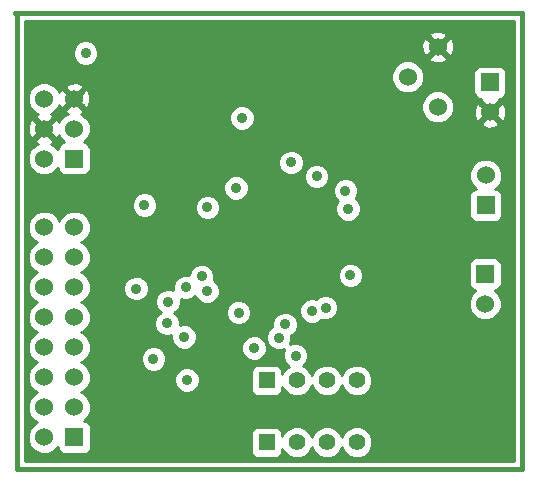
<source format=gbr>
G04 (created by PCBNEW-RS274X (2010-05-05 BZR 2356)-stable) date 29/03/2011 14:52:02*
G01*
G70*
G90*
%MOIN*%
G04 Gerber Fmt 3.4, Leading zero omitted, Abs format*
%FSLAX34Y34*%
G04 APERTURE LIST*
%ADD10C,0.006000*%
%ADD11C,0.015000*%
%ADD12R,0.060000X0.060000*%
%ADD13C,0.060000*%
%ADD14R,0.055000X0.055000*%
%ADD15C,0.055000*%
%ADD16C,0.035000*%
%ADD17C,0.010000*%
G04 APERTURE END LIST*
G54D10*
G54D11*
X25550Y-22360D02*
X25600Y-22360D01*
X25550Y-37560D02*
X25550Y-22360D01*
X42400Y-37560D02*
X25550Y-37560D01*
X42400Y-22360D02*
X42400Y-37560D01*
X25500Y-22360D02*
X42400Y-22360D01*
G54D12*
X41170Y-31050D03*
G54D13*
X41170Y-32050D03*
G54D12*
X41190Y-28760D03*
G54D13*
X41190Y-27760D03*
X39590Y-25480D03*
X38590Y-24480D03*
X39590Y-23480D03*
G54D12*
X27470Y-27210D03*
G54D13*
X26470Y-27210D03*
X27470Y-26210D03*
X26470Y-26210D03*
X27470Y-25210D03*
X26470Y-25210D03*
G54D12*
X27475Y-36500D03*
G54D13*
X26475Y-36500D03*
X27475Y-35500D03*
X26475Y-35500D03*
X27475Y-34500D03*
X26475Y-34500D03*
X27475Y-33500D03*
X26475Y-33500D03*
X27475Y-32500D03*
X26475Y-32500D03*
X27475Y-31500D03*
X26475Y-31500D03*
X27475Y-30500D03*
X26475Y-30500D03*
X27475Y-29500D03*
X26475Y-29500D03*
G54D12*
X41330Y-24660D03*
G54D13*
X41330Y-25660D03*
G54D14*
X33890Y-34600D03*
G54D15*
X34890Y-34600D03*
X35890Y-34600D03*
X36890Y-34600D03*
G54D14*
X33890Y-36660D03*
G54D15*
X34890Y-36660D03*
X35890Y-36660D03*
X36890Y-36660D03*
G54D16*
X31720Y-31130D03*
X33060Y-25850D03*
X36600Y-28880D03*
X31910Y-28830D03*
X29535Y-31540D03*
X34290Y-33170D03*
X31190Y-31500D03*
X31140Y-33150D03*
X36680Y-31100D03*
X30600Y-31970D03*
X30570Y-32700D03*
X34500Y-32730D03*
X30110Y-33880D03*
X34850Y-33770D03*
X33470Y-33520D03*
X32950Y-32340D03*
X35400Y-32280D03*
X35550Y-27800D03*
X40130Y-34530D03*
X32270Y-28130D03*
X32330Y-24050D03*
X35900Y-26720D03*
X33430Y-26880D03*
X34000Y-30000D03*
X34700Y-27330D03*
X27850Y-23690D03*
X31230Y-34580D03*
X31900Y-31620D03*
X36510Y-28280D03*
X35850Y-32170D03*
X29810Y-28760D03*
X32860Y-28180D03*
G54D10*
G36*
X42125Y-37285D02*
X42125Y-22635D01*
X25825Y-22635D01*
X25825Y-37285D01*
X27125Y-37285D01*
X27125Y-37049D01*
X27034Y-37011D01*
X26964Y-36941D01*
X26926Y-36849D01*
X26926Y-36825D01*
X26786Y-36965D01*
X26584Y-37049D01*
X26366Y-37049D01*
X26164Y-36965D01*
X26010Y-36811D01*
X25926Y-36609D01*
X25926Y-36391D01*
X26010Y-36189D01*
X26164Y-36035D01*
X26248Y-36000D01*
X26164Y-35965D01*
X26010Y-35811D01*
X25926Y-35609D01*
X25926Y-35391D01*
X26010Y-35189D01*
X26164Y-35035D01*
X26248Y-35000D01*
X26164Y-34965D01*
X26010Y-34811D01*
X25926Y-34609D01*
X25926Y-34391D01*
X26010Y-34189D01*
X26164Y-34035D01*
X26248Y-34000D01*
X26164Y-33965D01*
X26010Y-33811D01*
X25926Y-33609D01*
X25926Y-33391D01*
X26010Y-33189D01*
X26164Y-33035D01*
X26248Y-33000D01*
X26164Y-32965D01*
X26010Y-32811D01*
X25926Y-32609D01*
X25926Y-32391D01*
X26010Y-32189D01*
X26164Y-32035D01*
X26248Y-32000D01*
X26164Y-31965D01*
X26010Y-31811D01*
X25926Y-31609D01*
X25926Y-31391D01*
X26010Y-31189D01*
X26164Y-31035D01*
X26248Y-31000D01*
X26164Y-30965D01*
X26010Y-30811D01*
X25926Y-30609D01*
X25926Y-30391D01*
X26010Y-30189D01*
X26164Y-30035D01*
X26248Y-30000D01*
X26164Y-29965D01*
X26010Y-29811D01*
X25926Y-29609D01*
X25926Y-29391D01*
X26010Y-29189D01*
X26164Y-29035D01*
X26366Y-28951D01*
X26584Y-28951D01*
X26786Y-29035D01*
X26940Y-29189D01*
X26975Y-29273D01*
X27010Y-29189D01*
X27120Y-29079D01*
X27120Y-27759D01*
X27029Y-27721D01*
X26959Y-27651D01*
X26921Y-27559D01*
X26921Y-27535D01*
X26781Y-27675D01*
X26579Y-27759D01*
X26361Y-27759D01*
X26159Y-27675D01*
X26005Y-27521D01*
X25921Y-27319D01*
X25921Y-27101D01*
X26005Y-26899D01*
X26092Y-26812D01*
X26092Y-26518D01*
X25998Y-26491D01*
X25938Y-26344D01*
X25927Y-26131D01*
X25998Y-25929D01*
X26092Y-25902D01*
X26361Y-26171D01*
X26399Y-26210D01*
X26361Y-26248D01*
X26092Y-26518D01*
X26092Y-26812D01*
X26159Y-26745D01*
X26254Y-26705D01*
X26189Y-26682D01*
X26162Y-26588D01*
X26361Y-26389D01*
X26470Y-26281D01*
X26470Y-26139D01*
X26361Y-26030D01*
X26162Y-25832D01*
X26189Y-25738D01*
X26250Y-25712D01*
X26159Y-25675D01*
X26005Y-25521D01*
X25921Y-25319D01*
X25921Y-25101D01*
X26005Y-24899D01*
X26159Y-24745D01*
X26361Y-24661D01*
X26579Y-24661D01*
X26781Y-24745D01*
X26935Y-24899D01*
X26974Y-24994D01*
X26998Y-24929D01*
X27092Y-24902D01*
X27399Y-25210D01*
X27092Y-25518D01*
X26998Y-25491D01*
X26972Y-25429D01*
X26935Y-25521D01*
X26781Y-25675D01*
X26685Y-25714D01*
X26751Y-25738D01*
X26778Y-25832D01*
X26470Y-26139D01*
X26470Y-26281D01*
X26778Y-26588D01*
X26751Y-26682D01*
X26689Y-26707D01*
X26781Y-26745D01*
X26921Y-26885D01*
X26921Y-26860D01*
X26959Y-26769D01*
X27029Y-26699D01*
X27121Y-26661D01*
X27145Y-26661D01*
X27005Y-26521D01*
X26965Y-26425D01*
X26942Y-26491D01*
X26848Y-26518D01*
X26541Y-26210D01*
X26848Y-25902D01*
X26942Y-25929D01*
X26967Y-25990D01*
X27005Y-25899D01*
X27159Y-25745D01*
X27254Y-25705D01*
X27189Y-25682D01*
X27162Y-25588D01*
X27470Y-25281D01*
X27470Y-25139D01*
X27162Y-24832D01*
X27189Y-24738D01*
X27336Y-24678D01*
X27549Y-24667D01*
X27751Y-24738D01*
X27765Y-24786D01*
X27765Y-24115D01*
X27609Y-24050D01*
X27489Y-23930D01*
X27425Y-23774D01*
X27425Y-23605D01*
X27490Y-23449D01*
X27610Y-23329D01*
X27766Y-23265D01*
X27935Y-23265D01*
X28091Y-23330D01*
X28211Y-23450D01*
X28275Y-23606D01*
X28275Y-23775D01*
X28210Y-23931D01*
X28090Y-24051D01*
X27934Y-24115D01*
X27765Y-24115D01*
X27765Y-24786D01*
X27778Y-24832D01*
X27765Y-24844D01*
X27470Y-25139D01*
X27470Y-25281D01*
X27765Y-25575D01*
X27778Y-25588D01*
X27765Y-25633D01*
X27751Y-25682D01*
X27689Y-25706D01*
X27765Y-25738D01*
X27781Y-25745D01*
X27848Y-25812D01*
X27848Y-25518D01*
X27765Y-25434D01*
X27541Y-25210D01*
X27765Y-24985D01*
X27848Y-24902D01*
X27942Y-24929D01*
X28002Y-25076D01*
X28013Y-25289D01*
X27942Y-25491D01*
X27848Y-25518D01*
X27848Y-25812D01*
X27935Y-25899D01*
X28019Y-26101D01*
X28019Y-26319D01*
X27935Y-26521D01*
X27794Y-26661D01*
X27820Y-26661D01*
X27911Y-26699D01*
X27981Y-26769D01*
X28019Y-26861D01*
X28019Y-27560D01*
X27981Y-27651D01*
X27911Y-27721D01*
X27819Y-27759D01*
X27120Y-27759D01*
X27120Y-29079D01*
X27164Y-29035D01*
X27366Y-28951D01*
X27584Y-28951D01*
X27786Y-29035D01*
X27940Y-29189D01*
X28024Y-29391D01*
X28024Y-29609D01*
X27940Y-29811D01*
X27786Y-29965D01*
X27701Y-30000D01*
X27786Y-30035D01*
X27940Y-30189D01*
X28024Y-30391D01*
X28024Y-30609D01*
X27940Y-30811D01*
X27786Y-30965D01*
X27701Y-31000D01*
X27786Y-31035D01*
X27940Y-31189D01*
X28024Y-31391D01*
X28024Y-31609D01*
X27940Y-31811D01*
X27786Y-31965D01*
X27701Y-32000D01*
X27786Y-32035D01*
X27940Y-32189D01*
X28024Y-32391D01*
X28024Y-32609D01*
X27940Y-32811D01*
X27786Y-32965D01*
X27701Y-33000D01*
X27786Y-33035D01*
X27940Y-33189D01*
X28024Y-33391D01*
X28024Y-33609D01*
X27940Y-33811D01*
X27786Y-33965D01*
X27701Y-34000D01*
X27786Y-34035D01*
X27940Y-34189D01*
X28024Y-34391D01*
X28024Y-34609D01*
X27940Y-34811D01*
X27786Y-34965D01*
X27701Y-35000D01*
X27786Y-35035D01*
X27940Y-35189D01*
X28024Y-35391D01*
X28024Y-35609D01*
X27940Y-35811D01*
X27800Y-35951D01*
X27825Y-35951D01*
X27916Y-35989D01*
X27986Y-36059D01*
X28024Y-36151D01*
X28024Y-36850D01*
X27986Y-36941D01*
X27916Y-37011D01*
X27824Y-37049D01*
X27125Y-37049D01*
X27125Y-37285D01*
X29450Y-37285D01*
X29450Y-31965D01*
X29294Y-31900D01*
X29174Y-31780D01*
X29110Y-31624D01*
X29110Y-31455D01*
X29175Y-31299D01*
X29295Y-31179D01*
X29451Y-31115D01*
X29620Y-31115D01*
X29725Y-31158D01*
X29725Y-29185D01*
X29569Y-29120D01*
X29449Y-29000D01*
X29385Y-28844D01*
X29385Y-28675D01*
X29450Y-28519D01*
X29570Y-28399D01*
X29726Y-28335D01*
X29895Y-28335D01*
X30051Y-28400D01*
X30171Y-28520D01*
X30235Y-28676D01*
X30235Y-28845D01*
X30170Y-29001D01*
X30050Y-29121D01*
X29894Y-29185D01*
X29725Y-29185D01*
X29725Y-31158D01*
X29776Y-31180D01*
X29896Y-31300D01*
X29960Y-31456D01*
X29960Y-31625D01*
X29895Y-31781D01*
X29775Y-31901D01*
X29619Y-31965D01*
X29450Y-31965D01*
X29450Y-37285D01*
X30025Y-37285D01*
X30025Y-34305D01*
X29869Y-34240D01*
X29749Y-34120D01*
X29685Y-33964D01*
X29685Y-33795D01*
X29750Y-33639D01*
X29870Y-33519D01*
X30026Y-33455D01*
X30195Y-33455D01*
X30351Y-33520D01*
X30471Y-33640D01*
X30535Y-33796D01*
X30535Y-33965D01*
X30470Y-34121D01*
X30350Y-34241D01*
X30194Y-34305D01*
X30025Y-34305D01*
X30025Y-37285D01*
X31145Y-37285D01*
X31145Y-35005D01*
X30989Y-34940D01*
X30869Y-34820D01*
X30805Y-34664D01*
X30805Y-34495D01*
X30870Y-34339D01*
X30990Y-34219D01*
X31055Y-34192D01*
X31055Y-33575D01*
X30899Y-33510D01*
X30779Y-33390D01*
X30715Y-33234D01*
X30715Y-33099D01*
X30654Y-33125D01*
X30485Y-33125D01*
X30329Y-33060D01*
X30209Y-32940D01*
X30145Y-32784D01*
X30145Y-32615D01*
X30210Y-32459D01*
X30330Y-32339D01*
X30356Y-32327D01*
X30239Y-32210D01*
X30175Y-32054D01*
X30175Y-31885D01*
X30240Y-31729D01*
X30360Y-31609D01*
X30516Y-31545D01*
X30685Y-31545D01*
X30765Y-31578D01*
X30765Y-31415D01*
X30830Y-31259D01*
X30950Y-31139D01*
X31106Y-31075D01*
X31275Y-31075D01*
X31295Y-31083D01*
X31295Y-31045D01*
X31360Y-30889D01*
X31480Y-30769D01*
X31636Y-30705D01*
X31805Y-30705D01*
X31825Y-30713D01*
X31825Y-29255D01*
X31669Y-29190D01*
X31549Y-29070D01*
X31485Y-28914D01*
X31485Y-28745D01*
X31550Y-28589D01*
X31670Y-28469D01*
X31826Y-28405D01*
X31995Y-28405D01*
X32151Y-28470D01*
X32271Y-28590D01*
X32335Y-28746D01*
X32335Y-28915D01*
X32270Y-29071D01*
X32150Y-29191D01*
X31994Y-29255D01*
X31825Y-29255D01*
X31825Y-30713D01*
X31961Y-30770D01*
X32081Y-30890D01*
X32145Y-31046D01*
X32145Y-31215D01*
X32128Y-31254D01*
X32141Y-31260D01*
X32261Y-31380D01*
X32325Y-31536D01*
X32325Y-31705D01*
X32260Y-31861D01*
X32140Y-31981D01*
X31984Y-32045D01*
X31815Y-32045D01*
X31659Y-31980D01*
X31539Y-31860D01*
X31507Y-31783D01*
X31430Y-31861D01*
X31274Y-31925D01*
X31105Y-31925D01*
X31025Y-31891D01*
X31025Y-32055D01*
X30960Y-32211D01*
X30840Y-32331D01*
X30813Y-32342D01*
X30931Y-32460D01*
X30995Y-32616D01*
X30995Y-32750D01*
X31056Y-32725D01*
X31225Y-32725D01*
X31381Y-32790D01*
X31501Y-32910D01*
X31565Y-33066D01*
X31565Y-33235D01*
X31500Y-33391D01*
X31380Y-33511D01*
X31224Y-33575D01*
X31055Y-33575D01*
X31055Y-34192D01*
X31146Y-34155D01*
X31315Y-34155D01*
X31471Y-34220D01*
X31591Y-34340D01*
X31655Y-34496D01*
X31655Y-34665D01*
X31590Y-34821D01*
X31470Y-34941D01*
X31314Y-35005D01*
X31145Y-35005D01*
X31145Y-37285D01*
X32865Y-37285D01*
X32865Y-32765D01*
X32709Y-32700D01*
X32589Y-32580D01*
X32525Y-32424D01*
X32525Y-32255D01*
X32590Y-32099D01*
X32710Y-31979D01*
X32775Y-31952D01*
X32775Y-28605D01*
X32619Y-28540D01*
X32499Y-28420D01*
X32435Y-28264D01*
X32435Y-28095D01*
X32500Y-27939D01*
X32620Y-27819D01*
X32776Y-27755D01*
X32945Y-27755D01*
X32975Y-27767D01*
X32975Y-26275D01*
X32819Y-26210D01*
X32699Y-26090D01*
X32635Y-25934D01*
X32635Y-25765D01*
X32700Y-25609D01*
X32820Y-25489D01*
X32976Y-25425D01*
X33145Y-25425D01*
X33301Y-25490D01*
X33421Y-25610D01*
X33485Y-25766D01*
X33485Y-25935D01*
X33420Y-26091D01*
X33300Y-26211D01*
X33144Y-26275D01*
X32975Y-26275D01*
X32975Y-27767D01*
X33101Y-27820D01*
X33221Y-27940D01*
X33285Y-28096D01*
X33285Y-28265D01*
X33220Y-28421D01*
X33100Y-28541D01*
X32944Y-28605D01*
X32775Y-28605D01*
X32775Y-31952D01*
X32866Y-31915D01*
X33035Y-31915D01*
X33191Y-31980D01*
X33311Y-32100D01*
X33375Y-32256D01*
X33375Y-32425D01*
X33310Y-32581D01*
X33190Y-32701D01*
X33034Y-32765D01*
X32865Y-32765D01*
X32865Y-37285D01*
X36785Y-37285D01*
X36785Y-37185D01*
X36592Y-37105D01*
X36445Y-36957D01*
X36390Y-36824D01*
X36335Y-36958D01*
X36187Y-37105D01*
X35994Y-37185D01*
X35785Y-37185D01*
X35592Y-37105D01*
X35445Y-36957D01*
X35390Y-36824D01*
X35335Y-36958D01*
X35187Y-37105D01*
X34994Y-37185D01*
X34785Y-37185D01*
X34592Y-37105D01*
X34445Y-36957D01*
X34414Y-36882D01*
X34414Y-36985D01*
X34376Y-37076D01*
X34306Y-37146D01*
X34214Y-37184D01*
X33565Y-37184D01*
X33474Y-37146D01*
X33404Y-37076D01*
X33366Y-36984D01*
X33366Y-36335D01*
X33404Y-36244D01*
X33474Y-36174D01*
X33566Y-36136D01*
X34215Y-36136D01*
X34306Y-36174D01*
X34376Y-36244D01*
X34414Y-36336D01*
X34414Y-36436D01*
X34445Y-36362D01*
X34593Y-36215D01*
X34786Y-36135D01*
X34995Y-36135D01*
X35188Y-36215D01*
X35335Y-36363D01*
X35389Y-36495D01*
X35445Y-36362D01*
X35593Y-36215D01*
X35786Y-36135D01*
X35995Y-36135D01*
X36188Y-36215D01*
X36335Y-36363D01*
X36389Y-36495D01*
X36445Y-36362D01*
X36593Y-36215D01*
X36785Y-36135D01*
X36785Y-35125D01*
X36592Y-35045D01*
X36445Y-34897D01*
X36390Y-34764D01*
X36335Y-34898D01*
X36187Y-35045D01*
X35994Y-35125D01*
X35785Y-35125D01*
X35592Y-35045D01*
X35445Y-34897D01*
X35390Y-34764D01*
X35335Y-34898D01*
X35187Y-35045D01*
X34994Y-35125D01*
X34785Y-35125D01*
X34592Y-35045D01*
X34445Y-34897D01*
X34414Y-34822D01*
X34414Y-34925D01*
X34376Y-35016D01*
X34306Y-35086D01*
X34214Y-35124D01*
X33565Y-35124D01*
X33474Y-35086D01*
X33404Y-35016D01*
X33366Y-34924D01*
X33366Y-34275D01*
X33385Y-34229D01*
X33385Y-33945D01*
X33229Y-33880D01*
X33109Y-33760D01*
X33045Y-33604D01*
X33045Y-33435D01*
X33110Y-33279D01*
X33230Y-33159D01*
X33386Y-33095D01*
X33555Y-33095D01*
X33711Y-33160D01*
X33831Y-33280D01*
X33895Y-33436D01*
X33895Y-33605D01*
X33830Y-33761D01*
X33710Y-33881D01*
X33554Y-33945D01*
X33385Y-33945D01*
X33385Y-34229D01*
X33404Y-34184D01*
X33474Y-34114D01*
X33566Y-34076D01*
X34215Y-34076D01*
X34306Y-34114D01*
X34376Y-34184D01*
X34414Y-34276D01*
X34414Y-34376D01*
X34445Y-34302D01*
X34593Y-34155D01*
X34631Y-34139D01*
X34609Y-34130D01*
X34489Y-34010D01*
X34425Y-33854D01*
X34425Y-33685D01*
X34480Y-33551D01*
X34374Y-33595D01*
X34205Y-33595D01*
X34049Y-33530D01*
X33929Y-33410D01*
X33865Y-33254D01*
X33865Y-33085D01*
X33930Y-32929D01*
X34050Y-32809D01*
X34075Y-32798D01*
X34075Y-32645D01*
X34140Y-32489D01*
X34260Y-32369D01*
X34416Y-32305D01*
X34585Y-32305D01*
X34615Y-32317D01*
X34615Y-27755D01*
X34459Y-27690D01*
X34339Y-27570D01*
X34275Y-27414D01*
X34275Y-27245D01*
X34340Y-27089D01*
X34460Y-26969D01*
X34616Y-26905D01*
X34785Y-26905D01*
X34941Y-26970D01*
X35061Y-27090D01*
X35125Y-27246D01*
X35125Y-27415D01*
X35060Y-27571D01*
X34940Y-27691D01*
X34784Y-27755D01*
X34615Y-27755D01*
X34615Y-32317D01*
X34741Y-32370D01*
X34861Y-32490D01*
X34925Y-32646D01*
X34925Y-32815D01*
X34860Y-32971D01*
X34740Y-33091D01*
X34715Y-33101D01*
X34715Y-33255D01*
X34659Y-33388D01*
X34766Y-33345D01*
X34935Y-33345D01*
X35091Y-33410D01*
X35211Y-33530D01*
X35275Y-33686D01*
X35275Y-33855D01*
X35210Y-34011D01*
X35101Y-34119D01*
X35188Y-34155D01*
X35315Y-34282D01*
X35315Y-32705D01*
X35159Y-32640D01*
X35039Y-32520D01*
X34975Y-32364D01*
X34975Y-32195D01*
X35040Y-32039D01*
X35160Y-31919D01*
X35316Y-31855D01*
X35465Y-31855D01*
X35465Y-28225D01*
X35309Y-28160D01*
X35189Y-28040D01*
X35125Y-27884D01*
X35125Y-27715D01*
X35190Y-27559D01*
X35310Y-27439D01*
X35466Y-27375D01*
X35635Y-27375D01*
X35791Y-27440D01*
X35911Y-27560D01*
X35975Y-27716D01*
X35975Y-27885D01*
X35910Y-28041D01*
X35790Y-28161D01*
X35634Y-28225D01*
X35465Y-28225D01*
X35465Y-31855D01*
X35485Y-31855D01*
X35540Y-31878D01*
X35610Y-31809D01*
X35766Y-31745D01*
X35935Y-31745D01*
X36091Y-31810D01*
X36211Y-31930D01*
X36275Y-32086D01*
X36275Y-32255D01*
X36210Y-32411D01*
X36090Y-32531D01*
X35934Y-32595D01*
X35765Y-32595D01*
X35709Y-32571D01*
X35640Y-32641D01*
X35484Y-32705D01*
X35315Y-32705D01*
X35315Y-34282D01*
X35335Y-34303D01*
X35389Y-34435D01*
X35445Y-34302D01*
X35593Y-34155D01*
X35786Y-34075D01*
X35995Y-34075D01*
X36188Y-34155D01*
X36335Y-34303D01*
X36389Y-34435D01*
X36445Y-34302D01*
X36593Y-34155D01*
X36595Y-34154D01*
X36595Y-31525D01*
X36439Y-31460D01*
X36319Y-31340D01*
X36255Y-31184D01*
X36255Y-31015D01*
X36320Y-30859D01*
X36440Y-30739D01*
X36515Y-30708D01*
X36515Y-29305D01*
X36359Y-29240D01*
X36239Y-29120D01*
X36175Y-28964D01*
X36175Y-28795D01*
X36240Y-28639D01*
X36254Y-28625D01*
X36149Y-28520D01*
X36085Y-28364D01*
X36085Y-28195D01*
X36150Y-28039D01*
X36270Y-27919D01*
X36426Y-27855D01*
X36595Y-27855D01*
X36751Y-27920D01*
X36871Y-28040D01*
X36935Y-28196D01*
X36935Y-28365D01*
X36870Y-28521D01*
X36856Y-28535D01*
X36961Y-28640D01*
X37025Y-28796D01*
X37025Y-28965D01*
X36960Y-29121D01*
X36840Y-29241D01*
X36684Y-29305D01*
X36515Y-29305D01*
X36515Y-30708D01*
X36596Y-30675D01*
X36765Y-30675D01*
X36921Y-30740D01*
X37041Y-30860D01*
X37105Y-31016D01*
X37105Y-31185D01*
X37040Y-31341D01*
X36920Y-31461D01*
X36764Y-31525D01*
X36595Y-31525D01*
X36595Y-34154D01*
X36786Y-34075D01*
X36995Y-34075D01*
X37188Y-34155D01*
X37335Y-34303D01*
X37415Y-34496D01*
X37415Y-34705D01*
X37335Y-34898D01*
X37187Y-35045D01*
X36994Y-35125D01*
X36785Y-35125D01*
X36785Y-36135D01*
X36995Y-36135D01*
X37188Y-36215D01*
X37335Y-36363D01*
X37415Y-36556D01*
X37415Y-36765D01*
X37335Y-36958D01*
X37187Y-37105D01*
X36994Y-37185D01*
X36785Y-37185D01*
X36785Y-37285D01*
X38481Y-37285D01*
X38481Y-25029D01*
X38279Y-24945D01*
X38125Y-24791D01*
X38041Y-24589D01*
X38041Y-24371D01*
X38125Y-24169D01*
X38279Y-24015D01*
X38481Y-23931D01*
X38699Y-23931D01*
X38901Y-24015D01*
X39055Y-24169D01*
X39139Y-24371D01*
X39139Y-24589D01*
X39055Y-24791D01*
X38901Y-24945D01*
X38699Y-25029D01*
X38481Y-25029D01*
X38481Y-37285D01*
X39481Y-37285D01*
X39481Y-26029D01*
X39279Y-25945D01*
X39125Y-25791D01*
X39041Y-25589D01*
X39041Y-25371D01*
X39125Y-25169D01*
X39212Y-25082D01*
X39212Y-23788D01*
X39118Y-23761D01*
X39058Y-23614D01*
X39047Y-23401D01*
X39118Y-23199D01*
X39212Y-23172D01*
X39519Y-23480D01*
X39212Y-23788D01*
X39212Y-25082D01*
X39279Y-25015D01*
X39481Y-24931D01*
X39511Y-24931D01*
X39511Y-24023D01*
X39309Y-23952D01*
X39282Y-23858D01*
X39590Y-23551D01*
X39590Y-23409D01*
X39282Y-23102D01*
X39309Y-23008D01*
X39456Y-22948D01*
X39669Y-22937D01*
X39871Y-23008D01*
X39898Y-23102D01*
X39590Y-23409D01*
X39590Y-23551D01*
X39898Y-23858D01*
X39871Y-23952D01*
X39724Y-24012D01*
X39511Y-24023D01*
X39511Y-24931D01*
X39699Y-24931D01*
X39901Y-25015D01*
X39968Y-25082D01*
X39968Y-23788D01*
X39661Y-23480D01*
X39968Y-23172D01*
X40062Y-23199D01*
X40122Y-23346D01*
X40133Y-23559D01*
X40062Y-23761D01*
X39968Y-23788D01*
X39968Y-25082D01*
X40055Y-25169D01*
X40139Y-25371D01*
X40139Y-25589D01*
X40055Y-25791D01*
X39901Y-25945D01*
X39699Y-26029D01*
X39481Y-26029D01*
X39481Y-37285D01*
X41061Y-37285D01*
X41061Y-32599D01*
X40859Y-32515D01*
X40705Y-32361D01*
X40621Y-32159D01*
X40621Y-31941D01*
X40705Y-31739D01*
X40844Y-31599D01*
X40820Y-31599D01*
X40729Y-31561D01*
X40659Y-31491D01*
X40621Y-31399D01*
X40621Y-30700D01*
X40659Y-30609D01*
X40729Y-30539D01*
X40821Y-30501D01*
X40840Y-30501D01*
X40840Y-29309D01*
X40749Y-29271D01*
X40679Y-29201D01*
X40641Y-29109D01*
X40641Y-28410D01*
X40679Y-28319D01*
X40749Y-28249D01*
X40841Y-28211D01*
X40865Y-28211D01*
X40725Y-28071D01*
X40641Y-27869D01*
X40641Y-27651D01*
X40725Y-27449D01*
X40879Y-27295D01*
X40952Y-27264D01*
X40952Y-25968D01*
X40858Y-25941D01*
X40798Y-25794D01*
X40787Y-25581D01*
X40858Y-25379D01*
X40952Y-25352D01*
X40980Y-25380D01*
X41259Y-25660D01*
X40980Y-25939D01*
X40952Y-25968D01*
X40952Y-27264D01*
X40980Y-27253D01*
X41081Y-27211D01*
X41251Y-27211D01*
X41251Y-26203D01*
X41049Y-26132D01*
X41022Y-26038D01*
X41330Y-25731D01*
X41330Y-25589D01*
X41022Y-25282D01*
X41042Y-25209D01*
X40980Y-25209D01*
X40889Y-25171D01*
X40819Y-25101D01*
X40781Y-25009D01*
X40781Y-24310D01*
X40819Y-24219D01*
X40889Y-24149D01*
X40981Y-24111D01*
X41680Y-24111D01*
X41771Y-24149D01*
X41841Y-24219D01*
X41879Y-24311D01*
X41879Y-25010D01*
X41841Y-25101D01*
X41771Y-25171D01*
X41679Y-25209D01*
X41617Y-25209D01*
X41638Y-25282D01*
X41330Y-25589D01*
X41330Y-25731D01*
X41638Y-26038D01*
X41611Y-26132D01*
X41464Y-26192D01*
X41251Y-26203D01*
X41251Y-27211D01*
X41299Y-27211D01*
X41501Y-27295D01*
X41655Y-27449D01*
X41708Y-27576D01*
X41708Y-25968D01*
X41401Y-25660D01*
X41708Y-25352D01*
X41802Y-25379D01*
X41862Y-25526D01*
X41873Y-25739D01*
X41802Y-25941D01*
X41708Y-25968D01*
X41708Y-27576D01*
X41739Y-27651D01*
X41739Y-27869D01*
X41655Y-28071D01*
X41515Y-28211D01*
X41540Y-28211D01*
X41631Y-28249D01*
X41701Y-28319D01*
X41739Y-28411D01*
X41739Y-29110D01*
X41701Y-29201D01*
X41631Y-29271D01*
X41539Y-29309D01*
X40840Y-29309D01*
X40840Y-30501D01*
X41520Y-30501D01*
X41611Y-30539D01*
X41681Y-30609D01*
X41719Y-30701D01*
X41719Y-31400D01*
X41681Y-31491D01*
X41611Y-31561D01*
X41519Y-31599D01*
X41495Y-31599D01*
X41635Y-31739D01*
X41719Y-31941D01*
X41719Y-32159D01*
X41635Y-32361D01*
X41481Y-32515D01*
X41279Y-32599D01*
X41061Y-32599D01*
X41061Y-37285D01*
X42125Y-37285D01*
X42125Y-37285D01*
G37*
G54D17*
X42125Y-37285D02*
X42125Y-22635D01*
X25825Y-22635D01*
X25825Y-37285D01*
X27125Y-37285D01*
X27125Y-37049D01*
X27034Y-37011D01*
X26964Y-36941D01*
X26926Y-36849D01*
X26926Y-36825D01*
X26786Y-36965D01*
X26584Y-37049D01*
X26366Y-37049D01*
X26164Y-36965D01*
X26010Y-36811D01*
X25926Y-36609D01*
X25926Y-36391D01*
X26010Y-36189D01*
X26164Y-36035D01*
X26248Y-36000D01*
X26164Y-35965D01*
X26010Y-35811D01*
X25926Y-35609D01*
X25926Y-35391D01*
X26010Y-35189D01*
X26164Y-35035D01*
X26248Y-35000D01*
X26164Y-34965D01*
X26010Y-34811D01*
X25926Y-34609D01*
X25926Y-34391D01*
X26010Y-34189D01*
X26164Y-34035D01*
X26248Y-34000D01*
X26164Y-33965D01*
X26010Y-33811D01*
X25926Y-33609D01*
X25926Y-33391D01*
X26010Y-33189D01*
X26164Y-33035D01*
X26248Y-33000D01*
X26164Y-32965D01*
X26010Y-32811D01*
X25926Y-32609D01*
X25926Y-32391D01*
X26010Y-32189D01*
X26164Y-32035D01*
X26248Y-32000D01*
X26164Y-31965D01*
X26010Y-31811D01*
X25926Y-31609D01*
X25926Y-31391D01*
X26010Y-31189D01*
X26164Y-31035D01*
X26248Y-31000D01*
X26164Y-30965D01*
X26010Y-30811D01*
X25926Y-30609D01*
X25926Y-30391D01*
X26010Y-30189D01*
X26164Y-30035D01*
X26248Y-30000D01*
X26164Y-29965D01*
X26010Y-29811D01*
X25926Y-29609D01*
X25926Y-29391D01*
X26010Y-29189D01*
X26164Y-29035D01*
X26366Y-28951D01*
X26584Y-28951D01*
X26786Y-29035D01*
X26940Y-29189D01*
X26975Y-29273D01*
X27010Y-29189D01*
X27120Y-29079D01*
X27120Y-27759D01*
X27029Y-27721D01*
X26959Y-27651D01*
X26921Y-27559D01*
X26921Y-27535D01*
X26781Y-27675D01*
X26579Y-27759D01*
X26361Y-27759D01*
X26159Y-27675D01*
X26005Y-27521D01*
X25921Y-27319D01*
X25921Y-27101D01*
X26005Y-26899D01*
X26092Y-26812D01*
X26092Y-26518D01*
X25998Y-26491D01*
X25938Y-26344D01*
X25927Y-26131D01*
X25998Y-25929D01*
X26092Y-25902D01*
X26361Y-26171D01*
X26399Y-26210D01*
X26361Y-26248D01*
X26092Y-26518D01*
X26092Y-26812D01*
X26159Y-26745D01*
X26254Y-26705D01*
X26189Y-26682D01*
X26162Y-26588D01*
X26361Y-26389D01*
X26470Y-26281D01*
X26470Y-26139D01*
X26361Y-26030D01*
X26162Y-25832D01*
X26189Y-25738D01*
X26250Y-25712D01*
X26159Y-25675D01*
X26005Y-25521D01*
X25921Y-25319D01*
X25921Y-25101D01*
X26005Y-24899D01*
X26159Y-24745D01*
X26361Y-24661D01*
X26579Y-24661D01*
X26781Y-24745D01*
X26935Y-24899D01*
X26974Y-24994D01*
X26998Y-24929D01*
X27092Y-24902D01*
X27399Y-25210D01*
X27092Y-25518D01*
X26998Y-25491D01*
X26972Y-25429D01*
X26935Y-25521D01*
X26781Y-25675D01*
X26685Y-25714D01*
X26751Y-25738D01*
X26778Y-25832D01*
X26470Y-26139D01*
X26470Y-26281D01*
X26778Y-26588D01*
X26751Y-26682D01*
X26689Y-26707D01*
X26781Y-26745D01*
X26921Y-26885D01*
X26921Y-26860D01*
X26959Y-26769D01*
X27029Y-26699D01*
X27121Y-26661D01*
X27145Y-26661D01*
X27005Y-26521D01*
X26965Y-26425D01*
X26942Y-26491D01*
X26848Y-26518D01*
X26541Y-26210D01*
X26848Y-25902D01*
X26942Y-25929D01*
X26967Y-25990D01*
X27005Y-25899D01*
X27159Y-25745D01*
X27254Y-25705D01*
X27189Y-25682D01*
X27162Y-25588D01*
X27470Y-25281D01*
X27470Y-25139D01*
X27162Y-24832D01*
X27189Y-24738D01*
X27336Y-24678D01*
X27549Y-24667D01*
X27751Y-24738D01*
X27765Y-24786D01*
X27765Y-24115D01*
X27609Y-24050D01*
X27489Y-23930D01*
X27425Y-23774D01*
X27425Y-23605D01*
X27490Y-23449D01*
X27610Y-23329D01*
X27766Y-23265D01*
X27935Y-23265D01*
X28091Y-23330D01*
X28211Y-23450D01*
X28275Y-23606D01*
X28275Y-23775D01*
X28210Y-23931D01*
X28090Y-24051D01*
X27934Y-24115D01*
X27765Y-24115D01*
X27765Y-24786D01*
X27778Y-24832D01*
X27765Y-24844D01*
X27470Y-25139D01*
X27470Y-25281D01*
X27765Y-25575D01*
X27778Y-25588D01*
X27765Y-25633D01*
X27751Y-25682D01*
X27689Y-25706D01*
X27765Y-25738D01*
X27781Y-25745D01*
X27848Y-25812D01*
X27848Y-25518D01*
X27765Y-25434D01*
X27541Y-25210D01*
X27765Y-24985D01*
X27848Y-24902D01*
X27942Y-24929D01*
X28002Y-25076D01*
X28013Y-25289D01*
X27942Y-25491D01*
X27848Y-25518D01*
X27848Y-25812D01*
X27935Y-25899D01*
X28019Y-26101D01*
X28019Y-26319D01*
X27935Y-26521D01*
X27794Y-26661D01*
X27820Y-26661D01*
X27911Y-26699D01*
X27981Y-26769D01*
X28019Y-26861D01*
X28019Y-27560D01*
X27981Y-27651D01*
X27911Y-27721D01*
X27819Y-27759D01*
X27120Y-27759D01*
X27120Y-29079D01*
X27164Y-29035D01*
X27366Y-28951D01*
X27584Y-28951D01*
X27786Y-29035D01*
X27940Y-29189D01*
X28024Y-29391D01*
X28024Y-29609D01*
X27940Y-29811D01*
X27786Y-29965D01*
X27701Y-30000D01*
X27786Y-30035D01*
X27940Y-30189D01*
X28024Y-30391D01*
X28024Y-30609D01*
X27940Y-30811D01*
X27786Y-30965D01*
X27701Y-31000D01*
X27786Y-31035D01*
X27940Y-31189D01*
X28024Y-31391D01*
X28024Y-31609D01*
X27940Y-31811D01*
X27786Y-31965D01*
X27701Y-32000D01*
X27786Y-32035D01*
X27940Y-32189D01*
X28024Y-32391D01*
X28024Y-32609D01*
X27940Y-32811D01*
X27786Y-32965D01*
X27701Y-33000D01*
X27786Y-33035D01*
X27940Y-33189D01*
X28024Y-33391D01*
X28024Y-33609D01*
X27940Y-33811D01*
X27786Y-33965D01*
X27701Y-34000D01*
X27786Y-34035D01*
X27940Y-34189D01*
X28024Y-34391D01*
X28024Y-34609D01*
X27940Y-34811D01*
X27786Y-34965D01*
X27701Y-35000D01*
X27786Y-35035D01*
X27940Y-35189D01*
X28024Y-35391D01*
X28024Y-35609D01*
X27940Y-35811D01*
X27800Y-35951D01*
X27825Y-35951D01*
X27916Y-35989D01*
X27986Y-36059D01*
X28024Y-36151D01*
X28024Y-36850D01*
X27986Y-36941D01*
X27916Y-37011D01*
X27824Y-37049D01*
X27125Y-37049D01*
X27125Y-37285D01*
X29450Y-37285D01*
X29450Y-31965D01*
X29294Y-31900D01*
X29174Y-31780D01*
X29110Y-31624D01*
X29110Y-31455D01*
X29175Y-31299D01*
X29295Y-31179D01*
X29451Y-31115D01*
X29620Y-31115D01*
X29725Y-31158D01*
X29725Y-29185D01*
X29569Y-29120D01*
X29449Y-29000D01*
X29385Y-28844D01*
X29385Y-28675D01*
X29450Y-28519D01*
X29570Y-28399D01*
X29726Y-28335D01*
X29895Y-28335D01*
X30051Y-28400D01*
X30171Y-28520D01*
X30235Y-28676D01*
X30235Y-28845D01*
X30170Y-29001D01*
X30050Y-29121D01*
X29894Y-29185D01*
X29725Y-29185D01*
X29725Y-31158D01*
X29776Y-31180D01*
X29896Y-31300D01*
X29960Y-31456D01*
X29960Y-31625D01*
X29895Y-31781D01*
X29775Y-31901D01*
X29619Y-31965D01*
X29450Y-31965D01*
X29450Y-37285D01*
X30025Y-37285D01*
X30025Y-34305D01*
X29869Y-34240D01*
X29749Y-34120D01*
X29685Y-33964D01*
X29685Y-33795D01*
X29750Y-33639D01*
X29870Y-33519D01*
X30026Y-33455D01*
X30195Y-33455D01*
X30351Y-33520D01*
X30471Y-33640D01*
X30535Y-33796D01*
X30535Y-33965D01*
X30470Y-34121D01*
X30350Y-34241D01*
X30194Y-34305D01*
X30025Y-34305D01*
X30025Y-37285D01*
X31145Y-37285D01*
X31145Y-35005D01*
X30989Y-34940D01*
X30869Y-34820D01*
X30805Y-34664D01*
X30805Y-34495D01*
X30870Y-34339D01*
X30990Y-34219D01*
X31055Y-34192D01*
X31055Y-33575D01*
X30899Y-33510D01*
X30779Y-33390D01*
X30715Y-33234D01*
X30715Y-33099D01*
X30654Y-33125D01*
X30485Y-33125D01*
X30329Y-33060D01*
X30209Y-32940D01*
X30145Y-32784D01*
X30145Y-32615D01*
X30210Y-32459D01*
X30330Y-32339D01*
X30356Y-32327D01*
X30239Y-32210D01*
X30175Y-32054D01*
X30175Y-31885D01*
X30240Y-31729D01*
X30360Y-31609D01*
X30516Y-31545D01*
X30685Y-31545D01*
X30765Y-31578D01*
X30765Y-31415D01*
X30830Y-31259D01*
X30950Y-31139D01*
X31106Y-31075D01*
X31275Y-31075D01*
X31295Y-31083D01*
X31295Y-31045D01*
X31360Y-30889D01*
X31480Y-30769D01*
X31636Y-30705D01*
X31805Y-30705D01*
X31825Y-30713D01*
X31825Y-29255D01*
X31669Y-29190D01*
X31549Y-29070D01*
X31485Y-28914D01*
X31485Y-28745D01*
X31550Y-28589D01*
X31670Y-28469D01*
X31826Y-28405D01*
X31995Y-28405D01*
X32151Y-28470D01*
X32271Y-28590D01*
X32335Y-28746D01*
X32335Y-28915D01*
X32270Y-29071D01*
X32150Y-29191D01*
X31994Y-29255D01*
X31825Y-29255D01*
X31825Y-30713D01*
X31961Y-30770D01*
X32081Y-30890D01*
X32145Y-31046D01*
X32145Y-31215D01*
X32128Y-31254D01*
X32141Y-31260D01*
X32261Y-31380D01*
X32325Y-31536D01*
X32325Y-31705D01*
X32260Y-31861D01*
X32140Y-31981D01*
X31984Y-32045D01*
X31815Y-32045D01*
X31659Y-31980D01*
X31539Y-31860D01*
X31507Y-31783D01*
X31430Y-31861D01*
X31274Y-31925D01*
X31105Y-31925D01*
X31025Y-31891D01*
X31025Y-32055D01*
X30960Y-32211D01*
X30840Y-32331D01*
X30813Y-32342D01*
X30931Y-32460D01*
X30995Y-32616D01*
X30995Y-32750D01*
X31056Y-32725D01*
X31225Y-32725D01*
X31381Y-32790D01*
X31501Y-32910D01*
X31565Y-33066D01*
X31565Y-33235D01*
X31500Y-33391D01*
X31380Y-33511D01*
X31224Y-33575D01*
X31055Y-33575D01*
X31055Y-34192D01*
X31146Y-34155D01*
X31315Y-34155D01*
X31471Y-34220D01*
X31591Y-34340D01*
X31655Y-34496D01*
X31655Y-34665D01*
X31590Y-34821D01*
X31470Y-34941D01*
X31314Y-35005D01*
X31145Y-35005D01*
X31145Y-37285D01*
X32865Y-37285D01*
X32865Y-32765D01*
X32709Y-32700D01*
X32589Y-32580D01*
X32525Y-32424D01*
X32525Y-32255D01*
X32590Y-32099D01*
X32710Y-31979D01*
X32775Y-31952D01*
X32775Y-28605D01*
X32619Y-28540D01*
X32499Y-28420D01*
X32435Y-28264D01*
X32435Y-28095D01*
X32500Y-27939D01*
X32620Y-27819D01*
X32776Y-27755D01*
X32945Y-27755D01*
X32975Y-27767D01*
X32975Y-26275D01*
X32819Y-26210D01*
X32699Y-26090D01*
X32635Y-25934D01*
X32635Y-25765D01*
X32700Y-25609D01*
X32820Y-25489D01*
X32976Y-25425D01*
X33145Y-25425D01*
X33301Y-25490D01*
X33421Y-25610D01*
X33485Y-25766D01*
X33485Y-25935D01*
X33420Y-26091D01*
X33300Y-26211D01*
X33144Y-26275D01*
X32975Y-26275D01*
X32975Y-27767D01*
X33101Y-27820D01*
X33221Y-27940D01*
X33285Y-28096D01*
X33285Y-28265D01*
X33220Y-28421D01*
X33100Y-28541D01*
X32944Y-28605D01*
X32775Y-28605D01*
X32775Y-31952D01*
X32866Y-31915D01*
X33035Y-31915D01*
X33191Y-31980D01*
X33311Y-32100D01*
X33375Y-32256D01*
X33375Y-32425D01*
X33310Y-32581D01*
X33190Y-32701D01*
X33034Y-32765D01*
X32865Y-32765D01*
X32865Y-37285D01*
X36785Y-37285D01*
X36785Y-37185D01*
X36592Y-37105D01*
X36445Y-36957D01*
X36390Y-36824D01*
X36335Y-36958D01*
X36187Y-37105D01*
X35994Y-37185D01*
X35785Y-37185D01*
X35592Y-37105D01*
X35445Y-36957D01*
X35390Y-36824D01*
X35335Y-36958D01*
X35187Y-37105D01*
X34994Y-37185D01*
X34785Y-37185D01*
X34592Y-37105D01*
X34445Y-36957D01*
X34414Y-36882D01*
X34414Y-36985D01*
X34376Y-37076D01*
X34306Y-37146D01*
X34214Y-37184D01*
X33565Y-37184D01*
X33474Y-37146D01*
X33404Y-37076D01*
X33366Y-36984D01*
X33366Y-36335D01*
X33404Y-36244D01*
X33474Y-36174D01*
X33566Y-36136D01*
X34215Y-36136D01*
X34306Y-36174D01*
X34376Y-36244D01*
X34414Y-36336D01*
X34414Y-36436D01*
X34445Y-36362D01*
X34593Y-36215D01*
X34786Y-36135D01*
X34995Y-36135D01*
X35188Y-36215D01*
X35335Y-36363D01*
X35389Y-36495D01*
X35445Y-36362D01*
X35593Y-36215D01*
X35786Y-36135D01*
X35995Y-36135D01*
X36188Y-36215D01*
X36335Y-36363D01*
X36389Y-36495D01*
X36445Y-36362D01*
X36593Y-36215D01*
X36785Y-36135D01*
X36785Y-35125D01*
X36592Y-35045D01*
X36445Y-34897D01*
X36390Y-34764D01*
X36335Y-34898D01*
X36187Y-35045D01*
X35994Y-35125D01*
X35785Y-35125D01*
X35592Y-35045D01*
X35445Y-34897D01*
X35390Y-34764D01*
X35335Y-34898D01*
X35187Y-35045D01*
X34994Y-35125D01*
X34785Y-35125D01*
X34592Y-35045D01*
X34445Y-34897D01*
X34414Y-34822D01*
X34414Y-34925D01*
X34376Y-35016D01*
X34306Y-35086D01*
X34214Y-35124D01*
X33565Y-35124D01*
X33474Y-35086D01*
X33404Y-35016D01*
X33366Y-34924D01*
X33366Y-34275D01*
X33385Y-34229D01*
X33385Y-33945D01*
X33229Y-33880D01*
X33109Y-33760D01*
X33045Y-33604D01*
X33045Y-33435D01*
X33110Y-33279D01*
X33230Y-33159D01*
X33386Y-33095D01*
X33555Y-33095D01*
X33711Y-33160D01*
X33831Y-33280D01*
X33895Y-33436D01*
X33895Y-33605D01*
X33830Y-33761D01*
X33710Y-33881D01*
X33554Y-33945D01*
X33385Y-33945D01*
X33385Y-34229D01*
X33404Y-34184D01*
X33474Y-34114D01*
X33566Y-34076D01*
X34215Y-34076D01*
X34306Y-34114D01*
X34376Y-34184D01*
X34414Y-34276D01*
X34414Y-34376D01*
X34445Y-34302D01*
X34593Y-34155D01*
X34631Y-34139D01*
X34609Y-34130D01*
X34489Y-34010D01*
X34425Y-33854D01*
X34425Y-33685D01*
X34480Y-33551D01*
X34374Y-33595D01*
X34205Y-33595D01*
X34049Y-33530D01*
X33929Y-33410D01*
X33865Y-33254D01*
X33865Y-33085D01*
X33930Y-32929D01*
X34050Y-32809D01*
X34075Y-32798D01*
X34075Y-32645D01*
X34140Y-32489D01*
X34260Y-32369D01*
X34416Y-32305D01*
X34585Y-32305D01*
X34615Y-32317D01*
X34615Y-27755D01*
X34459Y-27690D01*
X34339Y-27570D01*
X34275Y-27414D01*
X34275Y-27245D01*
X34340Y-27089D01*
X34460Y-26969D01*
X34616Y-26905D01*
X34785Y-26905D01*
X34941Y-26970D01*
X35061Y-27090D01*
X35125Y-27246D01*
X35125Y-27415D01*
X35060Y-27571D01*
X34940Y-27691D01*
X34784Y-27755D01*
X34615Y-27755D01*
X34615Y-32317D01*
X34741Y-32370D01*
X34861Y-32490D01*
X34925Y-32646D01*
X34925Y-32815D01*
X34860Y-32971D01*
X34740Y-33091D01*
X34715Y-33101D01*
X34715Y-33255D01*
X34659Y-33388D01*
X34766Y-33345D01*
X34935Y-33345D01*
X35091Y-33410D01*
X35211Y-33530D01*
X35275Y-33686D01*
X35275Y-33855D01*
X35210Y-34011D01*
X35101Y-34119D01*
X35188Y-34155D01*
X35315Y-34282D01*
X35315Y-32705D01*
X35159Y-32640D01*
X35039Y-32520D01*
X34975Y-32364D01*
X34975Y-32195D01*
X35040Y-32039D01*
X35160Y-31919D01*
X35316Y-31855D01*
X35465Y-31855D01*
X35465Y-28225D01*
X35309Y-28160D01*
X35189Y-28040D01*
X35125Y-27884D01*
X35125Y-27715D01*
X35190Y-27559D01*
X35310Y-27439D01*
X35466Y-27375D01*
X35635Y-27375D01*
X35791Y-27440D01*
X35911Y-27560D01*
X35975Y-27716D01*
X35975Y-27885D01*
X35910Y-28041D01*
X35790Y-28161D01*
X35634Y-28225D01*
X35465Y-28225D01*
X35465Y-31855D01*
X35485Y-31855D01*
X35540Y-31878D01*
X35610Y-31809D01*
X35766Y-31745D01*
X35935Y-31745D01*
X36091Y-31810D01*
X36211Y-31930D01*
X36275Y-32086D01*
X36275Y-32255D01*
X36210Y-32411D01*
X36090Y-32531D01*
X35934Y-32595D01*
X35765Y-32595D01*
X35709Y-32571D01*
X35640Y-32641D01*
X35484Y-32705D01*
X35315Y-32705D01*
X35315Y-34282D01*
X35335Y-34303D01*
X35389Y-34435D01*
X35445Y-34302D01*
X35593Y-34155D01*
X35786Y-34075D01*
X35995Y-34075D01*
X36188Y-34155D01*
X36335Y-34303D01*
X36389Y-34435D01*
X36445Y-34302D01*
X36593Y-34155D01*
X36595Y-34154D01*
X36595Y-31525D01*
X36439Y-31460D01*
X36319Y-31340D01*
X36255Y-31184D01*
X36255Y-31015D01*
X36320Y-30859D01*
X36440Y-30739D01*
X36515Y-30708D01*
X36515Y-29305D01*
X36359Y-29240D01*
X36239Y-29120D01*
X36175Y-28964D01*
X36175Y-28795D01*
X36240Y-28639D01*
X36254Y-28625D01*
X36149Y-28520D01*
X36085Y-28364D01*
X36085Y-28195D01*
X36150Y-28039D01*
X36270Y-27919D01*
X36426Y-27855D01*
X36595Y-27855D01*
X36751Y-27920D01*
X36871Y-28040D01*
X36935Y-28196D01*
X36935Y-28365D01*
X36870Y-28521D01*
X36856Y-28535D01*
X36961Y-28640D01*
X37025Y-28796D01*
X37025Y-28965D01*
X36960Y-29121D01*
X36840Y-29241D01*
X36684Y-29305D01*
X36515Y-29305D01*
X36515Y-30708D01*
X36596Y-30675D01*
X36765Y-30675D01*
X36921Y-30740D01*
X37041Y-30860D01*
X37105Y-31016D01*
X37105Y-31185D01*
X37040Y-31341D01*
X36920Y-31461D01*
X36764Y-31525D01*
X36595Y-31525D01*
X36595Y-34154D01*
X36786Y-34075D01*
X36995Y-34075D01*
X37188Y-34155D01*
X37335Y-34303D01*
X37415Y-34496D01*
X37415Y-34705D01*
X37335Y-34898D01*
X37187Y-35045D01*
X36994Y-35125D01*
X36785Y-35125D01*
X36785Y-36135D01*
X36995Y-36135D01*
X37188Y-36215D01*
X37335Y-36363D01*
X37415Y-36556D01*
X37415Y-36765D01*
X37335Y-36958D01*
X37187Y-37105D01*
X36994Y-37185D01*
X36785Y-37185D01*
X36785Y-37285D01*
X38481Y-37285D01*
X38481Y-25029D01*
X38279Y-24945D01*
X38125Y-24791D01*
X38041Y-24589D01*
X38041Y-24371D01*
X38125Y-24169D01*
X38279Y-24015D01*
X38481Y-23931D01*
X38699Y-23931D01*
X38901Y-24015D01*
X39055Y-24169D01*
X39139Y-24371D01*
X39139Y-24589D01*
X39055Y-24791D01*
X38901Y-24945D01*
X38699Y-25029D01*
X38481Y-25029D01*
X38481Y-37285D01*
X39481Y-37285D01*
X39481Y-26029D01*
X39279Y-25945D01*
X39125Y-25791D01*
X39041Y-25589D01*
X39041Y-25371D01*
X39125Y-25169D01*
X39212Y-25082D01*
X39212Y-23788D01*
X39118Y-23761D01*
X39058Y-23614D01*
X39047Y-23401D01*
X39118Y-23199D01*
X39212Y-23172D01*
X39519Y-23480D01*
X39212Y-23788D01*
X39212Y-25082D01*
X39279Y-25015D01*
X39481Y-24931D01*
X39511Y-24931D01*
X39511Y-24023D01*
X39309Y-23952D01*
X39282Y-23858D01*
X39590Y-23551D01*
X39590Y-23409D01*
X39282Y-23102D01*
X39309Y-23008D01*
X39456Y-22948D01*
X39669Y-22937D01*
X39871Y-23008D01*
X39898Y-23102D01*
X39590Y-23409D01*
X39590Y-23551D01*
X39898Y-23858D01*
X39871Y-23952D01*
X39724Y-24012D01*
X39511Y-24023D01*
X39511Y-24931D01*
X39699Y-24931D01*
X39901Y-25015D01*
X39968Y-25082D01*
X39968Y-23788D01*
X39661Y-23480D01*
X39968Y-23172D01*
X40062Y-23199D01*
X40122Y-23346D01*
X40133Y-23559D01*
X40062Y-23761D01*
X39968Y-23788D01*
X39968Y-25082D01*
X40055Y-25169D01*
X40139Y-25371D01*
X40139Y-25589D01*
X40055Y-25791D01*
X39901Y-25945D01*
X39699Y-26029D01*
X39481Y-26029D01*
X39481Y-37285D01*
X41061Y-37285D01*
X41061Y-32599D01*
X40859Y-32515D01*
X40705Y-32361D01*
X40621Y-32159D01*
X40621Y-31941D01*
X40705Y-31739D01*
X40844Y-31599D01*
X40820Y-31599D01*
X40729Y-31561D01*
X40659Y-31491D01*
X40621Y-31399D01*
X40621Y-30700D01*
X40659Y-30609D01*
X40729Y-30539D01*
X40821Y-30501D01*
X40840Y-30501D01*
X40840Y-29309D01*
X40749Y-29271D01*
X40679Y-29201D01*
X40641Y-29109D01*
X40641Y-28410D01*
X40679Y-28319D01*
X40749Y-28249D01*
X40841Y-28211D01*
X40865Y-28211D01*
X40725Y-28071D01*
X40641Y-27869D01*
X40641Y-27651D01*
X40725Y-27449D01*
X40879Y-27295D01*
X40952Y-27264D01*
X40952Y-25968D01*
X40858Y-25941D01*
X40798Y-25794D01*
X40787Y-25581D01*
X40858Y-25379D01*
X40952Y-25352D01*
X40980Y-25380D01*
X41259Y-25660D01*
X40980Y-25939D01*
X40952Y-25968D01*
X40952Y-27264D01*
X40980Y-27253D01*
X41081Y-27211D01*
X41251Y-27211D01*
X41251Y-26203D01*
X41049Y-26132D01*
X41022Y-26038D01*
X41330Y-25731D01*
X41330Y-25589D01*
X41022Y-25282D01*
X41042Y-25209D01*
X40980Y-25209D01*
X40889Y-25171D01*
X40819Y-25101D01*
X40781Y-25009D01*
X40781Y-24310D01*
X40819Y-24219D01*
X40889Y-24149D01*
X40981Y-24111D01*
X41680Y-24111D01*
X41771Y-24149D01*
X41841Y-24219D01*
X41879Y-24311D01*
X41879Y-25010D01*
X41841Y-25101D01*
X41771Y-25171D01*
X41679Y-25209D01*
X41617Y-25209D01*
X41638Y-25282D01*
X41330Y-25589D01*
X41330Y-25731D01*
X41638Y-26038D01*
X41611Y-26132D01*
X41464Y-26192D01*
X41251Y-26203D01*
X41251Y-27211D01*
X41299Y-27211D01*
X41501Y-27295D01*
X41655Y-27449D01*
X41708Y-27576D01*
X41708Y-25968D01*
X41401Y-25660D01*
X41708Y-25352D01*
X41802Y-25379D01*
X41862Y-25526D01*
X41873Y-25739D01*
X41802Y-25941D01*
X41708Y-25968D01*
X41708Y-27576D01*
X41739Y-27651D01*
X41739Y-27869D01*
X41655Y-28071D01*
X41515Y-28211D01*
X41540Y-28211D01*
X41631Y-28249D01*
X41701Y-28319D01*
X41739Y-28411D01*
X41739Y-29110D01*
X41701Y-29201D01*
X41631Y-29271D01*
X41539Y-29309D01*
X40840Y-29309D01*
X40840Y-30501D01*
X41520Y-30501D01*
X41611Y-30539D01*
X41681Y-30609D01*
X41719Y-30701D01*
X41719Y-31400D01*
X41681Y-31491D01*
X41611Y-31561D01*
X41519Y-31599D01*
X41495Y-31599D01*
X41635Y-31739D01*
X41719Y-31941D01*
X41719Y-32159D01*
X41635Y-32361D01*
X41481Y-32515D01*
X41279Y-32599D01*
X41061Y-32599D01*
X41061Y-37285D01*
X42125Y-37285D01*
M02*

</source>
